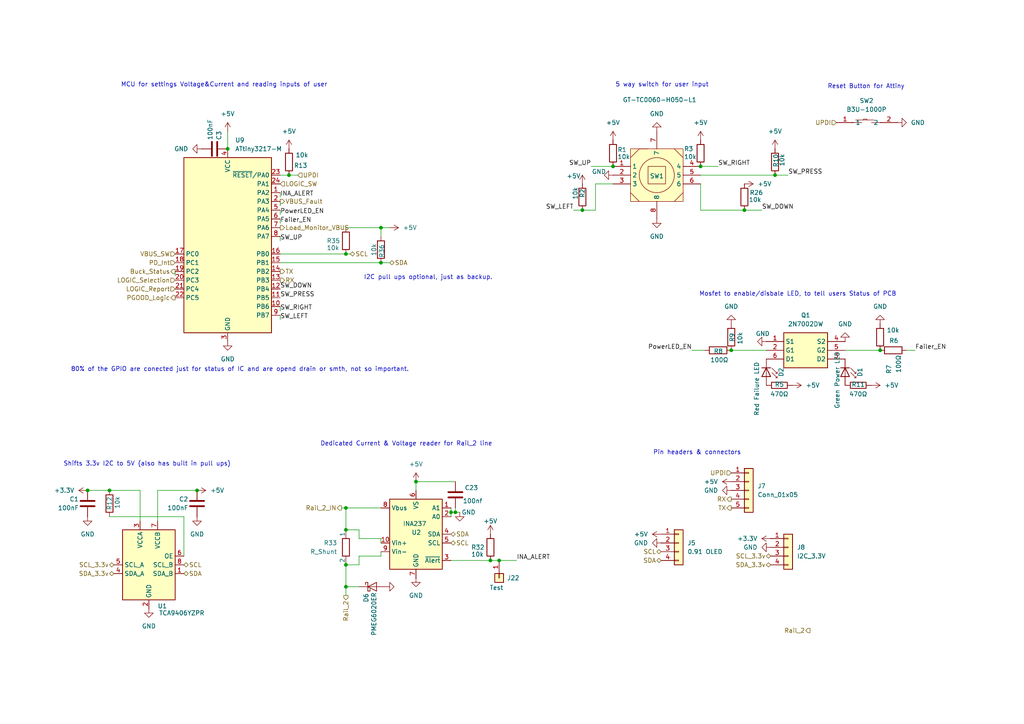
<source format=kicad_sch>
(kicad_sch (version 20250114) (generator "eeschema") (generator_version "9.0")
  (paper "A4")
  (title_block (title "USB PD PPS for breadboards") (date "2025-05-01") (rev "V1") (comment 1 "Licensed under CC BY-NC-SA 4.0 (c) 2025 Shinui"))
  (lib_symbols
    (symbol "Connector_Generic:Conn_01x01" (pin_names (offset 1.016) (hide yes))
      (property "Reference" "J" (at 0 2.54 0))
      (property "Value" "Conn_01x01" (at 0 -2.54 0))
      (symbol "Conn_01x01_1_1"
        (rectangle (start -1.27 1.27) (end 1.27 -1.27) (stroke (width 0.254)) (fill (type background)))
        (rectangle (start -1.27 0.127) (end 0 -0.127) (stroke (width 0.1524)))
        (pin passive line (at -5.08 0 0) (length 3.81) (name "Pin_1") (number "1"))
      )
    )
    (symbol "Connector_Generic:Conn_01x04" (pin_names (offset 1.016) (hide yes))
      (property "Reference" "J" (at 0 5.08 0))
      (property "Value" "Conn_01x04" (at 0 -7.62 0))
      (symbol "Conn_01x04_1_1"
        (rectangle (start -1.27 3.81) (end 1.27 -6.35) (stroke (width 0.254)) (fill (type background)))
        (rectangle (start -1.27 2.667) (end 0 2.413) (stroke (width 0.1524)))
        (rectangle (start -1.27 0.127) (end 0 -0.127) (stroke (width 0.1524)))
        (rectangle (start -1.27 -2.413) (end 0 -2.667) (stroke (width 0.1524)))
        (rectangle (start -1.27 -4.953) (end 0 -5.207) (stroke (width 0.1524)))
        (pin passive line (at -5.08 2.54 0) (length 3.81) (name "Pin_1") (number "1"))
        (pin passive line (at -5.08 0 0) (length 3.81) (name "Pin_2") (number "2"))
        (pin passive line (at -5.08 -2.54 0) (length 3.81) (name "Pin_3") (number "3"))
        (pin passive line (at -5.08 -5.08 0) (length 3.81) (name "Pin_4") (number "4"))
      )
    )
    (symbol "Connector_Generic:Conn_01x05" (pin_names (offset 1.016) (hide yes))
      (property "Reference" "J" (at 0 7.62 0))
      (property "Value" "Conn_01x05" (at 0 -7.62 0))
      (symbol "Conn_01x05_1_1"
        (rectangle (start -1.27 6.35) (end 1.27 -6.35) (stroke (width 0.254)) (fill (type background)))
        (rectangle (start -1.27 5.207) (end 0 4.953) (stroke (width 0.1524)))
        (rectangle (start -1.27 2.667) (end 0 2.413) (stroke (width 0.1524)))
        (rectangle (start -1.27 0.127) (end 0 -0.127) (stroke (width 0.1524)))
        (rectangle (start -1.27 -2.413) (end 0 -2.667) (stroke (width 0.1524)))
        (rectangle (start -1.27 -4.953) (end 0 -5.207) (stroke (width 0.1524)))
        (pin passive line (at -5.08 5.08 0) (length 3.81) (name "Pin_1") (number "1"))
        (pin passive line (at -5.08 2.54 0) (length 3.81) (name "Pin_2") (number "2"))
        (pin passive line (at -5.08 0 0) (length 3.81) (name "Pin_3") (number "3"))
        (pin passive line (at -5.08 -2.54 0) (length 3.81) (name "Pin_4") (number "4"))
        (pin passive line (at -5.08 -5.08 0) (length 3.81) (name "Pin_5") (number "5"))
      )
    )
    (symbol "Custom_Parts:LED" (pin_numbers (hide yes)) (pin_names (offset 1.016) (hide yes))
      (property "Reference" "D" (at 0.508 1.778 0))
      (property "Value" "LED" (at -1.016 -2.794 0))
      (symbol "LED_0_1"
        (polyline (pts (xy -2.54 1.27) (xy -2.54 -1.27)) (stroke (width 0.254)))
        (polyline (pts (xy -2.413 1.651) (xy -0.889 3.175) (xy -0.889 2.667) (xy -0.889 3.175) (xy -1.397 3.175)))
        (polyline (pts (xy -1.143 1.651) (xy 0.381 3.175) (xy 0.381 2.667)))
        (polyline (pts (xy 0 0) (xy -2.54 0)))
        (polyline (pts (xy 0 -1.27) (xy -2.54 0) (xy 0 1.27) (xy 0 -1.27)) (stroke (width 0.254)))
        (polyline (pts (xy 0.381 3.175) (xy -0.127 3.175)))
      )
      (symbol "LED_1_1"
        (pin passive line (at -5.08 0 0) (length 2.54) (name "K") (number "1"))
        (pin passive line (at 2.54 0 180) (length 2.54) (name "A") (number "2"))
      )
    )
    (symbol "DMC2990UDJ-7:DMC2990UDJ-7"
      (property "Reference" "Q" (at 19.05 7.62 0))
      (property "Value" "DMC2990UDJ-7" (at 19.05 5.08 0))
      (symbol "DMC2990UDJ-7_1_1"
        (rectangle (start 5.08 2.54) (end 17.78 -7.62) (stroke (width 0.254)) (fill (type background)))
        (pin passive line (at 0 0 0) (length 5.08) (name "S1") (number "1"))
        (pin passive line (at 0 -2.54 0) (length 5.08) (name "G1") (number "2"))
        (pin passive line (at 0 -5.08 0) (length 5.08) (name "D1") (number "6"))
        (pin passive line (at 22.86 0 180) (length 5.08) (name "S2") (number "4"))
        (pin passive line (at 22.86 -2.54 180) (length 5.08) (name "G2") (number "5"))
        (pin passive line (at 22.86 -5.08 180) (length 5.08) (name "D2") (number "3"))
      )
    )
    (symbol "Device:C" (pin_numbers (hide yes)) (pin_names (offset 0.254))
      (property "Reference" "C" (at 0.635 2.54 0))
      (property "Value" "C" (at 0.635 -2.54 0))
      (symbol "C_0_1"
        (polyline (pts (xy -2.032 0.762) (xy 2.032 0.762)) (stroke (width 0.508)))
        (polyline (pts (xy -2.032 -0.762) (xy 2.032 -0.762)) (stroke (width 0.508)))
      )
      (symbol "C_1_1"
        (pin passive line (at 0 3.81 270) (length 2.794) (name "~") (number "1"))
        (pin passive line (at 0 -3.81 90) (length 2.794) (name "~") (number "2"))
      )
    )
    (symbol "Device:R" (pin_numbers (hide yes)) (pin_names (offset 0))
      (property "Reference" "R" (at 2.032 0 90))
      (property "Value" "R" (at 0 0 90))
      (symbol "R_0_1"
        (rectangle (start -1.016 -2.54) (end 1.016 2.54) (stroke (width 0.254)))
      )
      (symbol "R_1_1"
        (pin passive line (at 0 3.81 270) (length 1.27) (name "~") (number "1"))
        (pin passive line (at 0 -3.81 90) (length 1.27) (name "~") (number "2"))
      )
    )
    (symbol "Device:R_Shunt" (pin_numbers (hide yes)) (pin_names (offset 0))
      (property "Reference" "R33" (at -2.54 1.2701 0))
      (property "Value" "R_Shunt" (at -2.54 -1.2699 0))
      (symbol "R_Shunt_0_1"
        (rectangle (start -1.016 2.54) (end 1.016 -2.54) (stroke (width 0.254)))
      )
      (symbol "R_Shunt_1_1"
        (pin passive line (at 0 5.08 270) (length 2.54) (name "1") (number "1"))
        (pin passive line (at 0 -5.08 90) (length 2.54) (name "2") (number "2"))
      )
    )
    (symbol "Diode:PMEG6020ER" (pin_numbers (hide yes)) (pin_names (hide yes))
      (property "Reference" "D" (at 0 2.54 0))
      (property "Value" "PMEG6020ER" (at 0 -2.54 0))
      (symbol "PMEG6020ER_0_1"
        (polyline (pts (xy -1.905 0.635) (xy -1.905 1.27) (xy -1.27 1.27) (xy -1.27 -1.27) (xy -0.635 -1.27) (xy -0.635 -0.635)) (stroke (width 0.2032)))
        (polyline (pts (xy 1.27 1.27) (xy 1.27 -1.27) (xy -1.27 0) (xy 1.27 1.27)) (stroke (width 0.2032)))
        (polyline (pts (xy 1.27 0) (xy -1.27 0)))
      )
      (symbol "PMEG6020ER_1_1"
        (pin passive line (at -3.81 0 0) (length 2.54) (name "K") (number "1"))
        (pin passive line (at 3.81 0 180) (length 2.54) (name "A") (number "2"))
      )
    )
    (symbol "Interface:TCA9406DC"
      (property "Reference" "U" (at -7.62 11.43 0))
      (property "Value" "TCA9406DC" (at 5.08 11.43 0))
      (symbol "TCA9406DC_0_1"
        (rectangle (start -7.62 10.16) (end 7.62 -10.16) (stroke (width 0.254)) (fill (type background)))
      )
      (symbol "TCA9406DC_1_1"
        (pin bidirectional line (at -10.16 0 0) (length 2.54) (name "SCL_A") (number "5"))
        (pin bidirectional line (at -10.16 -2.54 0) (length 2.54) (name "SDA_A") (number "4"))
        (pin power_in line (at -2.54 12.7 270) (length 2.54) (name "VCCA") (number "3"))
        (pin power_in line (at 0 -12.7 90) (length 2.54) (name "GND") (number "2"))
        (pin power_in line (at 2.54 12.7 270) (length 2.54) (name "VCCB") (number "7"))
        (pin input line (at 10.16 2.54 180) (length 2.54) (name "OE") (number "6"))
        (pin bidirectional line (at 10.16 0 180) (length 2.54) (name "SCL_B") (number "8"))
        (pin bidirectional line (at 10.16 -2.54 180) (length 2.54) (name "SDA_B") (number "1"))
      )
    )
    (symbol "MCU_Microchip_ATtiny:ATtiny3217-M"
      (property "Reference" "U" (at -12.7 26.67 0))
      (property "Value" "ATtiny3217-M" (at 2.54 -26.67 0))
      (symbol "ATtiny3217-M_0_1"
        (rectangle (start -12.7 -25.4) (end 12.7 25.4) (stroke (width 0.254)) (fill (type background)))
      )
      (symbol "ATtiny3217-M_1_1"
        (pin bidirectional line (at -15.24 -2.54 0) (length 2.54) (name "PC0") (number "17"))
        (pin bidirectional line (at -15.24 -5.08 0) (length 2.54) (name "PC1") (number "18"))
        (pin bidirectional line (at -15.24 -7.62 0) (length 2.54) (name "PC2") (number "19"))
        (pin bidirectional line (at -15.24 -10.16 0) (length 2.54) (name "PC3") (number "20"))
        (pin bidirectional line (at -15.24 -12.7 0) (length 2.54) (name "PC4") (number "21"))
        (pin bidirectional line (at -15.24 -15.24 0) (length 2.54) (name "PC5") (number "22"))
        (pin power_in line (at 0 27.94 270) (length 2.54) (name "VCC") (number "4"))
        (pin passive line (at 0 -27.94 90) (length 2.54) (hide yes) (name "GND") (number "25"))
        (pin power_in line (at 0 -27.94 90) (length 2.54) (name "GND") (number "3"))
        (pin bidirectional line (at 15.24 20.32 180) (length 2.54) (name "~{RESET}/PA0") (number "23"))
        (pin bidirectional line (at 15.24 17.78 180) (length 2.54) (name "PA1") (number "24"))
        (pin bidirectional line (at 15.24 15.24 180) (length 2.54) (name "PA2") (number "1"))
        (pin bidirectional line (at 15.24 12.7 180) (length 2.54) (name "PA3") (number "2"))
        (pin bidirectional line (at 15.24 10.16 180) (length 2.54) (name "PA4") (number "5"))
        (pin bidirectional line (at 15.24 7.62 180) (length 2.54) (name "PA5") (number "6"))
        (pin bidirectional line (at 15.24 5.08 180) (length 2.54) (name "PA6") (number "7"))
        (pin bidirectional line (at 15.24 2.54 180) (length 2.54) (name "PA7") (number "8"))
        (pin bidirectional line (at 15.24 -2.54 180) (length 2.54) (name "PB0") (number "16"))
        (pin bidirectional line (at 15.24 -5.08 180) (length 2.54) (name "PB1") (number "15"))
        (pin bidirectional line (at 15.24 -7.62 180) (length 2.54) (name "PB2") (number "14"))
        (pin bidirectional line (at 15.24 -10.16 180) (length 2.54) (name "PB3") (number "13"))
        (pin bidirectional line (at 15.24 -12.7 180) (length 2.54) (name "PB4") (number "12"))
        (pin bidirectional line (at 15.24 -15.24 180) (length 2.54) (name "PB5") (number "11"))
        (pin bidirectional line (at 15.24 -17.78 180) (length 2.54) (name "PB6") (number "10"))
        (pin bidirectional line (at 15.24 -20.32 180) (length 2.54) (name "PB7") (number "9"))
      )
    )
    (symbol "PCM_SL_Resistors:1k"
      (property "Reference" "R" (at 0 5.08 0))
      (property "Value" "1k" (at 0 2.54 0))
      (symbol "1k_0_1"
        (rectangle (start -2.286 0.889) (end 2.286 -0.889) (stroke (width 0.24)))
      )
      (symbol "1k_1_1"
        (pin passive line (at -3.81 0 0) (length 1.5) (name "") (number "1"))
        (pin passive line (at 3.81 0 180) (length 1.5) (name "~") (number "2"))
      )
    )
    (symbol "SMD_Swtich:B3U-1000P"
      (property "Reference" "SW" (at 0 5.08 0))
      (property "Value" "B3U-1000P" (at 0 -5.08 0))
      (symbol "B3U-1000P_0_1"
        (polyline (pts (xy -5.84 0) (xy -2.79 0)))
        (polyline (pts (xy -4.57 0.76) (xy 0.76 0.76)))
        (polyline (pts (xy -2.29 0.76) (xy -2.29 1.02) (xy -1.27 1.02) (xy -1.27 0.76)))
        (polyline (pts (xy 0 0) (xy 3.05 0)))
        (pin unspecified line (at -10.16 0 0) (length 5.08) (name "1") (number "1"))
        (pin unspecified line (at 7.62 0 180) (length 5.08) (name "2") (number "2"))
      )
    )
    (symbol "Sensor_Energy:INA238"
      (property "Reference" "U" (at -6.35 11.43 0))
      (property "Value" "INA238" (at 3.81 11.43 0))
      (symbol "INA238_0_1"
        (rectangle (start 7.62 10.16) (end -7.62 -10.16) (stroke (width 0.254)) (fill (type background)))
      )
      (symbol "INA238_1_1"
        (pin input line (at -10.16 7.62 0) (length 2.54) (name "Vbus") (number "8"))
        (pin input line (at -10.16 -2.54 0) (length 2.54) (name "Vin+") (number "10"))
        (pin input line (at -10.16 -5.08 0) (length 2.54) (name "Vin-") (number "9"))
        (pin power_in line (at 0 12.7 270) (length 2.54) (name "VS") (number "6"))
        (pin power_in line (at 0 -12.7 90) (length 2.54) (name "GND") (number "7"))
        (pin input line (at 10.16 7.62 180) (length 2.54) (name "A1") (number "1"))
        (pin input line (at 10.16 5.08 180) (length 2.54) (name "A0") (number "2"))
        (pin bidirectional line (at 10.16 0 180) (length 2.54) (name "SDA") (number "4"))
        (pin input line (at 10.16 -2.54 180) (length 2.54) (name "SCL") (number "5"))
        (pin open_collector line (at 10.16 -7.62 180) (length 2.54) (name "~{Alert}") (number "3"))
      )
    )
    (symbol "easyeda2kicad:GT-TC0060-H050-L1"
      (property "Reference" "SW" (at 0 17.78 0))
      (property "Value" "GT-TC0060-H050-L1" (at 0 -17.78 0))
      (symbol "GT-TC0060-H050-L1_0_1"
        (rectangle (start -7.62 7.62) (end 7.62 -7.62) (fill (type background)))
        (polyline (pts (xy -7.62 5.08) (xy -5.08 7.62) (xy -2.54 7.62)))
        (polyline (pts (xy -7.62 -5.08) (xy -5.08 -7.62)))
        (rectangle (start -2.54 2.54) (end 2.54 -2.54) (fill (type background)))
        (circle (center 0 0) (radius 5.08))
        (polyline (pts (xy 5.08 7.62) (xy 7.62 5.08)))
        (polyline (pts (xy 5.08 -7.62) (xy 7.62 -5.08)))
        (pin unspecified line (at -12.7 2.54 0) (length 5.08) (name "1") (number "1"))
        (pin unspecified line (at -12.7 0 0) (length 5.08) (name "2") (number "2"))
        (pin unspecified line (at -12.7 -2.54 0) (length 5.08) (name "3") (number "3"))
        (pin unspecified line (at 0 12.7 270) (length 5.08) (name "7") (number "7"))
        (pin unspecified line (at 0 -12.7 90) (length 5.08) (name "8") (number "8"))
        (pin unspecified line (at 12.7 2.54 180) (length 5.08) (name "4") (number "4"))
        (pin unspecified line (at 12.7 0 180) (length 5.08) (name "5") (number "5"))
        (pin unspecified line (at 12.7 -2.54 180) (length 5.08) (name "6") (number "6"))
      )
    )
    (symbol "power:+3.3V" (power) (pin_numbers (hide yes)) (pin_names (offset 0) (hide yes))
      (property "Value" "+3.3V" (at 0 3.556 0))
      (symbol "+3.3V_0_1"
        (polyline (pts (xy -0.762 1.27) (xy 0 2.54)))
        (polyline (pts (xy 0 2.54) (xy 0.762 1.27)))
        (polyline (pts (xy 0 0) (xy 0 2.54)))
      )
      (symbol "+3.3V_1_1"
        (pin power_in line (at 0 0 90) (length 0) (name "~") (number "1"))
      )
    )
    (symbol "power:+5V" (power) (pin_numbers (hide yes)) (pin_names (offset 0) (hide yes))
      (property "Value" "+5V" (at 0 3.556 0))
      (symbol "+5V_0_1"
        (polyline (pts (xy -0.762 1.27) (xy 0 2.54)))
        (polyline (pts (xy 0 2.54) (xy 0.762 1.27)))
        (polyline (pts (xy 0 0) (xy 0 2.54)))
      )
      (symbol "+5V_1_1"
        (pin power_in line (at 0 0 90) (length 0) (name "~") (number "1"))
      )
    )
    (symbol "power:GND" (power) (pin_numbers (hide yes)) (pin_names (offset 0) (hide yes))
      (property "Value" "GND" (at 0 -3.81 0))
      (symbol "GND_0_1"
        (polyline (pts (xy 0 0) (xy 0 -1.27) (xy 1.27 -1.27) (xy 0 -2.54) (xy -1.27 -1.27) (xy 0 -1.27)))
      )
      (symbol "GND_1_1"
        (pin power_in line (at 0 0 270) (length 0) (name "~") (number "1"))
      )
    )
  )
  (text "I2C pull ups optional, just as backup." (at 124.206 80.518 0) (effects (font (size 1.27 1.27))))
  (text "5 way switch for user input" (at 192.024 24.638 0) (effects (font (size 1.27 1.27))))
  (text "Mosfet to enable/disbale LED, to tell users Status of PCB" (at 231.394 85.344 0) (effects (font (size 1.27 1.27))))
  (text "Reset Button for Attiny" (at 251.206 25.146 0) (effects (font (size 1.27 1.27))))
  (text "Pin headers & connectors" (at 202.184 131.318 0) (effects (font (size 1.27 1.27))))
  (text "80% of the GPIO are conected just for status of IC and are opend drain or smth, not so important." (at 69.596 107.188 0) (effects (font (size 1.27 1.27))))
  (text "Shifts 3.3v I2C to 5V (also has built in pull ups)" (at 42.672 134.62 0) (effects (font (size 1.27 1.27))))
  (text "Dedicated Current & Voltage reader for Rail_2 line" (at 117.856 128.778 0) (effects (font (size 1.27 1.27))))
  (text "MCU for settings Voltage&Current and reading inputs of user" (at 65.024 24.638 0) (effects (font (size 1.27 1.27))))
  (junction (at 66.04 43.18))
  (junction (at 224.79 50.8))
  (junction (at 110.49 66.04))
  (junction (at 100.33 163.83))
  (junction (at 100.33 170.18))
  (junction (at 120.65 139.7))
  (junction (at 83.82 50.8))
  (junction (at 215.9 60.96))
  (junction (at 144.78 162.56))
  (junction (at 168.91 60.96))
  (junction (at 25.4 142.24))
  (junction (at 100.33 147.32))
  (junction (at 212.09 101.6))
  (junction (at 100.33 153.67))
  (junction (at 100.33 73.66))
  (junction (at 110.49 76.2))
  (junction (at 31.75 142.24))
  (junction (at 203.2 48.26))
  (junction (at 177.8 48.26))
  (junction (at 255.27 101.6))
  (junction (at 142.24 162.56))
  (junction (at 132.08 148.59))
  (junction (at 130.81 148.59))
  (junction (at 57.15 142.24))
  (wire (pts (xy 101.6 73.66) (xy 100.33 73.66)))
  (wire (pts (xy 100.33 170.18) (xy 100.33 172.72)))
  (wire (pts (xy 215.9 60.96) (xy 203.2 60.96)))
  (wire (pts (xy 100.33 153.67) (xy 104.14 153.67)))
  (wire (pts (xy 166.37 60.96) (xy 168.91 60.96)))
  (wire (pts (xy 81.28 92.71) (xy 81.28 91.44)))
  (wire (pts (xy 113.03 76.2) (xy 110.49 76.2)))
  (wire (pts (xy 120.65 139.7) (xy 132.08 139.7)))
  (wire (pts (xy 133.35 148.59) (xy 132.08 148.59)))
  (wire (pts (xy 110.49 156.21) (xy 110.49 157.48)))
  (wire (pts (xy 81.28 57.15) (xy 81.28 55.88)))
  (wire (pts (xy 132.08 147.32) (xy 132.08 148.59)))
  (wire (pts (xy 100.33 73.66) (xy 81.28 73.66)))
  (wire (pts (xy 130.81 147.32) (xy 130.81 148.59)))
  (wire (pts (xy 81.28 64.77) (xy 81.28 63.5)))
  (wire (pts (xy 25.4 142.24) (xy 31.75 142.24)))
  (wire (pts (xy 104.14 156.21) (xy 104.14 153.67)))
  (wire (pts (xy 81.28 59.69) (xy 81.28 58.42)))
  (wire (pts (xy 81.28 62.23) (xy 81.28 60.96)))
  (wire (pts (xy 66.04 38.1) (xy 66.04 43.18)))
  (wire (pts (xy 224.79 50.8) (xy 228.6 50.8)))
  (wire (pts (xy 50.8 80.01) (xy 50.8 78.74)))
  (wire (pts (xy 31.75 149.86) (xy 53.34 149.86)))
  (wire (pts (xy 104.14 156.21) (xy 110.49 156.21)))
  (wire (pts (xy 142.24 162.56) (xy 144.78 162.56)))
  (wire (pts (xy 81.28 90.17) (xy 81.28 88.9)))
  (wire (pts (xy 100.33 147.32) (xy 100.33 153.67)))
  (wire (pts (xy 255.27 101.6) (xy 245.11 101.6)))
  (wire (pts (xy 262.89 101.6) (xy 265.43 101.6)))
  (wire (pts (xy 40.64 151.13) (xy 40.64 142.24)))
  (wire (pts (xy 110.49 161.29) (xy 110.49 160.02)))
  (wire (pts (xy 120.65 139.7) (xy 120.65 142.24)))
  (wire (pts (xy 104.14 170.18) (xy 100.33 170.18)))
  (wire (pts (xy 172.72 53.34) (xy 177.8 53.34)))
  (wire (pts (xy 100.33 163.83) (xy 100.33 170.18)))
  (wire (pts (xy 100.33 163.83) (xy 104.14 163.83)))
  (wire (pts (xy 203.2 50.8) (xy 224.79 50.8)))
  (wire (pts (xy 53.34 149.86) (xy 53.34 161.29)))
  (wire (pts (xy 110.49 66.04) (xy 100.33 66.04)))
  (wire (pts (xy 168.91 60.96) (xy 172.72 60.96)))
  (wire (pts (xy 99.06 147.32) (xy 100.33 147.32)))
  (wire (pts (xy 132.08 148.59) (xy 130.81 148.59)))
  (wire (pts (xy 203.2 60.96) (xy 203.2 53.34)))
  (wire (pts (xy 200.66 101.6) (xy 204.47 101.6)))
  (wire (pts (xy 203.2 48.26) (xy 208.28 48.26)))
  (wire (pts (xy 220.98 60.96) (xy 215.9 60.96)))
  (wire (pts (xy 144.78 162.56) (xy 149.86 162.56)))
  (wire (pts (xy 113.03 66.04) (xy 110.49 66.04)))
  (wire (pts (xy 81.28 76.2) (xy 110.49 76.2)))
  (wire (pts (xy 83.82 50.8) (xy 86.36 50.8)))
  (wire (pts (xy 45.72 151.13) (xy 45.72 142.24)))
  (wire (pts (xy 45.72 142.24) (xy 57.15 142.24)))
  (wire (pts (xy 130.81 148.59) (xy 130.81 149.86)))
  (wire (pts (xy 171.45 48.26) (xy 177.8 48.26)))
  (wire (pts (xy 172.72 60.96) (xy 172.72 53.34)))
  (wire (pts (xy 100.33 147.32) (xy 110.49 147.32)))
  (wire (pts (xy 130.81 162.56) (xy 142.24 162.56)))
  (wire (pts (xy 81.28 50.8) (xy 83.82 50.8)))
  (wire (pts (xy 212.09 101.6) (xy 222.25 101.6)))
  (wire (pts (xy 110.49 66.04) (xy 110.49 68.58)))
  (wire (pts (xy 81.28 69.85) (xy 81.28 68.58)))
  (wire (pts (xy 104.14 161.29) (xy 110.49 161.29)))
  (wire (pts (xy 31.75 142.24) (xy 40.64 142.24)))
  (wire (pts (xy 104.14 161.29) (xy 104.14 163.83)))
  (label "PowerLED_EN" (at 81.28 62.23 0))
  (label "Failer_EN" (at 265.43 101.6 0))
  (label "SW_PRESS" (at 228.6 50.8 0))
  (label "SW_PRESS" (at 81.28 86.36 0))
  (label "SW_LEFT" (at 166.37 60.96 180))
  (label "PowerLED_EN" (at 200.66 101.6 180))
  (label "Failer_EN" (at 81.28 64.77 0))
  (label "SW_UP" (at 81.28 69.85 0))
  (label "SW_DOWN" (at 81.28 83.82 0))
  (label "SW_DOWN" (at 220.98 60.96 0))
  (label "INA_ALERT" (at 81.28 57.15 0))
  (label "SW_UP" (at 171.45 48.26 180))
  (label "SW_RIGHT" (at 208.28 48.26 0))
  (label "INA_ALERT" (at 149.86 162.56 0))
  (label "SW_RIGHT" (at 81.28 90.17 0))
  (label "SW_LEFT" (at 81.28 92.71 0))
  (hierarchical_label "LOGIC_Selection" (shape input) (at 50.8 81.28 180))
  (hierarchical_label "LOGIC_SW" (shape input) (at 81.28 53.34 0))
  (hierarchical_label "SDA" (shape bidirectional) (at 130.81 154.94 0))
  (hierarchical_label "SDA" (shape bidirectional) (at 113.03 76.2 0))
  (hierarchical_label "PGOOD_Logic" (shape output) (at 50.8 86.36 180))
  (hierarchical_label "SDA" (shape bidirectional) (at 53.34 166.37 0))
  (hierarchical_label "UPDI" (shape input) (at 242.57 35.56 180))
  (hierarchical_label "TX" (shape output) (at 212.09 147.32 180))
  (hierarchical_label "VBUS_SW" (shape input) (at 50.8 73.66 180))
  (hierarchical_label "SCL" (shape bidirectional) (at 53.34 163.83 0))
  (hierarchical_label "SCL" (shape bidirectional) (at 130.81 157.48 0))
  (hierarchical_label "RX" (shape output) (at 81.28 81.28 0))
  (hierarchical_label "SCL_3.3v" (shape bidirectional) (at 223.52 161.29 180))
  (hierarchical_label "Buck_Status" (shape output) (at 50.8 78.74 180))
  (hierarchical_label "SDA" (shape bidirectional) (at 191.77 162.56 180))
  (hierarchical_label "Rail_2" (shape output) (at 100.33 172.72 270))
  (hierarchical_label "Load_Monitor_VBUS" (shape output) (at 81.28 66.04 0))
  (hierarchical_label "LOGIC_Report" (shape input) (at 50.8 83.82 180))
  (hierarchical_label "SCL_3.3v" (shape bidirectional) (at 33.02 163.83 180))
  (hierarchical_label "VBUS_Fault" (shape output) (at 81.28 58.42 0))
  (hierarchical_label "Rail_2" (shape output) (at 234.95 182.88 180))
  (hierarchical_label "SCL" (shape bidirectional) (at 191.77 160.02 180))
  (hierarchical_label "UPDI" (shape input) (at 212.09 137.16 180))
  (hierarchical_label "RX" (shape output) (at 212.09 144.78 180))
  (hierarchical_label "SDA_3.3v" (shape bidirectional) (at 223.52 163.83 180))
  (hierarchical_label "Rail_2_IN" (shape output) (at 99.06 147.32 180))
  (hierarchical_label "PD_Int" (shape input) (at 50.8 76.2 180))
  (hierarchical_label "SCL" (shape bidirectional) (at 101.6 73.66 0))
  (hierarchical_label "TX" (shape output) (at 81.28 78.74 0))
  (hierarchical_label "SDA_3.3v" (shape bidirectional) (at 33.02 166.37 180))
  (hierarchical_label "UPDI" (shape input) (at 86.36 50.8 0))
  (symbol (lib_id "power:+5V") (at 229.87 111.76 270) (unit 1)
    (property "Reference" "#PWR021" (effects (hide yes)))
    (property "Value" "+5V" (at 233.68 111.7599 90) (effects (justify left)))
    (property "Description" "Power symbol creates a global label with name \"+5V\"" (effects (hide yes)))
  )
  (symbol (lib_id "power:+5V") (at 83.82 43.18 0) (unit 1)
    (property "Reference" "#PWR017" (effects (hide yes)))
    (property "Value" "+5V" (at 83.82 38.1 0))
    (property "Description" "Power symbol creates a global label with name \"+5V\"" (effects (hide yes)))
  )
  (symbol (lib_id "Device:C") (at 25.4 146.05 0) (mirror y) (unit 1)
    (property "Reference" "C1" (at 22.86 144.78 0) (effects (justify left)))
    (property "Value" "100nF" (at 22.86 147.32 0) (effects (justify left)))
    (property "Footprint" "Capacitor_SMD:C_0805_2012Metric" (effects (hide yes)))
    (property "LCSC" "C1525" (effects (hide yes)))
  )
  (symbol (lib_id "PCM_SL_Resistors:1k") (at 226.06 111.76 0) (unit 1)
    (property "Reference" "R5" (at 226.06 111.506 0))
    (property "Value" "470Ω" (at 226.06 114.3 0))
    (property "Footprint" "Resistor_SMD:R_0805_2012Metric" (effects (hide yes)))
    (property "Description" "1kΩ, 1/4W Resistor" (effects (hide yes)))
  )
  (symbol (lib_id "power:+5V") (at 177.8 40.64 0) (unit 1)
    (property "Reference" "#PWR01" (effects (hide yes)))
    (property "Value" "+5V" (at 177.8 35.56 0))
    (property "Description" "Power symbol creates a global label with name \"+5V\"" (effects (hide yes)))
  )
  (symbol (lib_id "DMC2990UDJ-7:DMC2990UDJ-7") (at 222.25 99.06 0) (unit 1)
    (property "Reference" "Q1" (at 233.68 91.44 0))
    (property "Value" "2N7002DW" (at 233.68 93.98 0))
    (property "Footprint" "Package_TO_SOT_SMD:SOT-363_SC-70-6" (effects (hide yes)))
    (property "Datasheet" "https://www.diodes.com//assets/Datasheets/DMC2990UDJ.pdf" (effects (hide yes)))
    (property "Description" "Complem. Pair Enhancement MOSFET SOT-963" (effects (hide yes)))
    (property "Height" "0.5" (effects (hide yes)))
    (property "Manufacturer_Name" "Diodes Incorporated" (effects (hide yes)))
    (property "Manufacturer_Part_Number" "DMC2990UDJ-7" (effects (hide yes)))
    (property "Mouser Part Number" "621-DMC2990UDJ-7" (effects (hide yes)))
    (property "Mouser Price/Stock" "https://www.mouser.co.uk/ProductDetail/Diodes-Incorporated/DMC2990UDJ-7?qs=T%2FOtf55vL7d00qRGlt4Fcw%3D%3D" (effects (hide yes)))
    (property "Arrow Part Number" "DMC2990UDJ-7" (effects (hide yes)))
    (property "Arrow Price/Stock" "https://www.arrow.com/en/products/dmc2990udj-7/diodes-incorporated?utm_currency=USD&region=nac" (effects (hide yes)))
  )
  (symbol (lib_id "power:GND") (at 245.11 99.06 180) (unit 1)
    (property "Reference" "#PWR022" (effects (hide yes)))
    (property "Value" "GND" (at 245.11 93.98 0))
    (property "Description" "Power symbol creates a global label with name \"GND\" , ground" (effects (hide yes)))
  )
  (symbol (lib_id "power:+5V") (at 203.2 40.64 0) (unit 1)
    (property "Reference" "#PWR06" (effects (hide yes)))
    (property "Value" "+5V" (at 203.2 35.56 0))
    (property "Description" "Power symbol creates a global label with name \"+5V\"" (effects (hide yes)))
  )
  (symbol (lib_id "power:+5V") (at 191.77 154.94 90) (unit 1)
    (property "Reference" "#PWR075" (effects (hide yes)))
    (property "Value" "+5V" (at 187.96 154.9399 90) (effects (justify left)))
    (property "Description" "Power symbol creates a global label with name \"+5V\"" (effects (hide yes)))
  )
  (symbol (lib_id "Device:C") (at 62.23 43.18 270) (mirror x) (unit 1)
    (property "Reference" "C3" (at 63.5 40.64 0) (effects (justify left)))
    (property "Value" "100nF" (at 60.96 40.64 0) (effects (justify left)))
    (property "Footprint" "Capacitor_SMD:C_0805_2012Metric" (effects (hide yes)))
    (property "LCSC" "C15849" (effects (hide yes)))
  )
  (symbol (lib_id "Device:R") (at 31.75 146.05 0) (unit 1)
    (property "Reference" "R12" (at 31.75 147.955 90) (effects (justify left)))
    (property "Value" "10k" (at 34.036 147.574 90) (effects (justify left)))
    (property "Footprint" "Resistor_SMD:R_0805_2012Metric" (effects (hide yes)))
    (property "Description" "Resistor" (effects (hide yes)))
    (property "LCSC" "C25744" (effects (hide yes)))
  )
  (symbol (lib_id "MCU_Microchip_ATtiny:ATtiny3217-M") (at 66.04 71.12 0) (unit 1)
    (property "Reference" "U9" (at 68.1833 40.64 0) (effects (justify left)))
    (property "Value" "ATtiny3217-M" (at 68.1833 43.18 0) (effects (justify left)))
    (property "Footprint" "Package_DFN_QFN:QFN-24-1EP_4x4mm_P0.5mm_EP2.6x2.6mm" (effects (hide yes)))
    (property "Datasheet" "http://ww1.microchip.com/downloads/en/DeviceDoc/ATtiny3217_1617-Data-Sheet-40001999B.pdf" (effects (hide yes)))
    (property "Description" "20MHz, 32kB Flash, 2kB SRAM, 256B EEPROM, VQFN-24" (effects (hide yes)))
  )
  (symbol (lib_id "Connector_Generic:Conn_01x05") (at 217.17 142.24 0) (unit 1)
    (property "Reference" "J7" (at 219.71 140.9699 0) (effects (justify left)))
    (property "Value" "Conn_01x05" (at 219.71 143.5099 0) (effects (justify left)))
    (property "Footprint" "Connector_PinHeader_2.54mm:PinHeader_1x05_P2.54mm_Vertical" (effects (hide yes)))
    (property "Description" "Generic connector, single row, 01x05, script generated (kicad-library-utils/schlib/autogen/connector/)" (effects (hide yes)))
  )
  (symbol (lib_id "Device:C") (at 132.08 143.51 0) (mirror y) (unit 1)
    (property "Reference" "C23" (at 138.684 141.478 0) (effects (justify left)))
    (property "Value" "100nf" (at 139.954 145.288 0) (effects (justify left)))
    (property "Footprint" "Capacitor_SMD:C_0805_2012Metric" (effects (hide yes)))
    (property "LCSC" "C1525" (effects (hide yes)))
  )
  (symbol (lib_id "Device:R") (at 100.33 69.85 0) (unit 1)
    (property "Reference" "R35" (at 94.742 69.85 0) (effects (justify left)))
    (property "Value" "10k" (at 94.742 71.882 0) (effects (justify left)))
    (property "Footprint" "Resistor_SMD:R_0805_2012Metric" (effects (hide yes)))
    (property "Description" "Resistor" (effects (hide yes)))
    (property "LCSC" "C25744" (effects (hide yes)))
  )
  (symbol (lib_id "Device:R_Shunt") (at 100.33 158.75 0) (unit 1)
    (property "Reference" "R33" (at 97.79 157.4799 0) (effects (justify right)))
    (property "Value" "R_Shunt" (at 97.79 160.0199 0) (effects (justify right)))
    (property "Footprint" "Inductor_SMD:L_1206_3216Metric_Pad1.42x1.75mm_HandSolder" (effects (hide yes)))
    (property "Description" "Shunt resistor" (effects (hide yes)))
  )
  (symbol (lib_id "Custom_Parts:LED") (at 245.11 109.22 270) (unit 1)
    (property "Reference" "D1" (at 249.428 107.95 0))
    (property "Value" "Green Power LED" (at 242.824 110.236 0))
    (property "Footprint" "LED_SMD:LED_0805_2012Metric" (effects (hide yes)))
    (property "Datasheet" "http://www.alliedelec.com/m/d/40788c34903a719969df15f1fbea1056.pdf" (effects (hide yes)))
    (property "Description" "940nm IR-LED, 5mm" (effects (hide yes)))
  )
  (symbol (lib_id "power:GND") (at 43.18 176.53 0) (unit 1)
    (property "Reference" "#PWR011" (effects (hide yes)))
    (property "Value" "GND" (at 43.18 181.61 0))
    (property "Description" "Power symbol creates a global label with name \"GND\" , ground" (effects (hide yes)))
  )
  (symbol (lib_id "power:GND") (at 190.5 38.1 180) (unit 1)
    (property "Reference" "#PWR04" (effects (hide yes)))
    (property "Value" "GND" (at 190.5 33.02 0))
    (property "Description" "Power symbol creates a global label with name \"GND\" , ground" (effects (hide yes)))
  )
  (symbol (lib_id "Device:R") (at 259.08 101.6 90) (unit 1)
    (property "Reference" "R7" (at 257.81 108.458 0) (effects (justify left)))
    (property "Value" "100Ω" (at 260.604 108.204 0) (effects (justify left)))
    (property "Footprint" "Resistor_SMD:R_0805_2012Metric" (effects (hide yes)))
    (property "Description" "Resistor" (effects (hide yes)))
    (property "LCSC" "C25744" (effects (hide yes)))
  )
  (symbol (lib_id "power:+5V") (at 142.24 154.94 0) (unit 1)
    (property "Reference" "#PWR072" (effects (hide yes)))
    (property "Value" "+5V" (at 142.24 151.13 0))
    (property "Description" "Power symbol creates a global label with name \"+5V\"" (effects (hide yes)))
  )
  (symbol (lib_id "power:+5V") (at 224.79 43.18 0) (unit 1)
    (property "Reference" "#PWR010" (effects (hide yes)))
    (property "Value" "+5V" (at 224.79 38.1 0))
    (property "Description" "Power symbol creates a global label with name \"+5V\"" (effects (hide yes)))
  )
  (symbol (lib_id "Device:R") (at 224.79 46.99 0) (unit 1)
    (property "Reference" "R10" (at 225.044 48.514 90) (effects (justify left)))
    (property "Value" "10k" (at 226.822 48.26 90) (effects (justify left)))
    (property "Footprint" "Resistor_SMD:R_0805_2012Metric" (effects (hide yes)))
    (property "Description" "Resistor" (effects (hide yes)))
    (property "LCSC" "C25744" (effects (hide yes)))
  )
  (symbol (lib_id "power:GND") (at 120.65 167.64 0) (unit 1)
    (property "Reference" "#PWR071" (effects (hide yes)))
    (property "Value" "GND" (at 120.65 172.72 0))
    (property "Description" "Power symbol creates a global label with name \"GND\" , ground" (effects (hide yes)))
  )
  (symbol (lib_id "SMD_Swtich:B3U-1000P") (at 252.73 35.56 0) (unit 1)
    (property "Reference" "SW2" (at 251.335 29.21 0))
    (property "Value" "B3U-1000P" (at 251.335 31.75 0))
    (property "Footprint" "Mini_Switch:KEY-SMD_B3U-1000PM" (effects (hide yes)))
    (property "Datasheet" "https://lcsc.com/product-detail/Others_Omron-Electronics_B3U-1000P_Omron-Electronics-B3U-1000P_C231329.html" (effects (hide yes)))
    (property "LCSC Part" "C231329" (effects (hide yes)))
  )
  (symbol (lib_id "power:+5V") (at 57.15 142.24 270) (unit 1)
    (property "Reference" "#PWR012" (effects (hide yes)))
    (property "Value" "+5V" (at 60.96 142.2399 90) (effects (justify left)))
    (property "Description" "Power symbol creates a global label with name \"+5V\"" (effects (hide yes)))
  )
  (symbol (lib_id "power:GND") (at 191.77 157.48 270) (unit 1)
    (property "Reference" "#PWR074" (effects (hide yes)))
    (property "Value" "GND" (at 187.96 157.4799 90) (effects (justify right)))
    (property "Description" "Power symbol creates a global label with name \"GND\" , ground" (effects (hide yes)))
  )
  (symbol (lib_id "Connector_Generic:Conn_01x01") (at 144.78 167.64 270) (unit 1)
    (property "Reference" "J22" (at 147.066 167.64 90) (effects (justify left)))
    (property "Value" "Test" (at 141.986 170.434 90) (effects (justify left)))
    (property "Footprint" "Connector_PinSocket_2.54mm:PinSocket_1x01_P2.54mm_Vertical" (effects (hide yes)))
    (property "Description" "Generic connector, single row, 01x01, script generated (kicad-library-utils/schlib/autogen/connector/)" (effects (hide yes)))
  )
  (symbol (lib_id "Device:R") (at 208.28 101.6 270) (unit 1)
    (property "Reference" "R8" (at 207.01 101.854 90) (effects (justify left)))
    (property "Value" "100Ω" (at 205.994 104.394 90) (effects (justify left)))
    (property "Footprint" "Resistor_SMD:R_0805_2012Metric" (effects (hide yes)))
    (property "Description" "Resistor" (effects (hide yes)))
    (property "LCSC" "C25744" (effects (hide yes)))
  )
  (symbol (lib_id "power:+5V") (at 168.91 53.34 0) (unit 1)
    (property "Reference" "#PWR03" (effects (hide yes)))
    (property "Value" "+5V" (at 166.37 51.054 0))
    (property "Description" "Power symbol creates a global label with name \"+5V\"" (effects (hide yes)))
  )
  (symbol (lib_id "power:+5V") (at 113.03 66.04 270) (unit 1)
    (property "Reference" "#PWR084" (effects (hide yes)))
    (property "Value" "+5V" (at 116.84 66.0399 90) (effects (justify left)))
    (property "Description" "Power symbol creates a global label with name \"+5V\"" (effects (hide yes)))
  )
  (symbol (lib_id "power:+5V") (at 120.65 139.7 0) (unit 1)
    (property "Reference" "#PWR070" (effects (hide yes)))
    (property "Value" "+5V" (at 120.65 134.62 0))
    (property "Description" "Power symbol creates a global label with name \"+5V\"" (effects (hide yes)))
  )
  (symbol (lib_id "power:GND") (at 133.35 148.59 0) (unit 1)
    (property "Reference" "#PWR069" (effects (hide yes)))
    (property "Value" "GND" (at 133.858 148.59 0) (effects (justify left)))
    (property "Description" "Power symbol creates a global label with name \"GND\" , ground" (effects (hide yes)))
  )
  (symbol (lib_id "power:GND") (at 212.09 93.98 180) (unit 1)
    (property "Reference" "#PWR019" (effects (hide yes)))
    (property "Value" "GND" (at 212.09 88.9 0))
    (property "Description" "Power symbol creates a global label with name \"GND\" , ground" (effects (hide yes)))
  )
  (symbol (lib_id "Device:C") (at 57.15 146.05 0) (mirror y) (unit 1)
    (property "Reference" "C2" (at 54.61 144.78 0) (effects (justify left)))
    (property "Value" "100nF" (at 54.61 147.32 0) (effects (justify left)))
    (property "Footprint" "Capacitor_SMD:C_0805_2012Metric" (effects (hide yes)))
    (property "LCSC" "C1525" (effects (hide yes)))
  )
  (symbol (lib_id "Custom_Parts:LED") (at 222.25 109.22 270) (unit 1)
    (property "Reference" "D2" (at 226.568 107.95 0))
    (property "Value" "Red Failure LED" (at 219.456 112.776 0))
    (property "Footprint" "LED_SMD:LED_0805_2012Metric" (effects (hide yes)))
    (property "Datasheet" "http://www.alliedelec.com/m/d/40788c34903a719969df15f1fbea1056.pdf" (effects (hide yes)))
    (property "Description" "940nm IR-LED, 5mm" (effects (hide yes)))
  )
  (symbol (lib_id "Connector_Generic:Conn_01x04") (at 228.6 158.75 0) (unit 1)
    (property "Reference" "J8" (at 231.14 158.7499 0) (effects (justify left)))
    (property "Value" "I2C_3.3V" (at 231.14 161.2899 0) (effects (justify left)))
    (property "Footprint" "Connector_PinHeader_2.54mm:PinHeader_1x04_P2.54mm_Vertical" (effects (hide yes)))
    (property "Description" "Generic connector, single row, 01x04, script generated (kicad-library-utils/schlib/autogen/connector/)" (effects (hide yes)))
  )
  (symbol (lib_id "easyeda2kicad:GT-TC0060-H050-L1") (at 190.5 50.8 0) (unit 1)
    (property "Reference" "SW1" (at 188.468 51.054 0) (effects (justify left)))
    (property "Value" "GT-TC0060-H050-L1" (at 180.594 28.956 0) (effects (justify left)))
    (property "Footprint" "tc006:SW-SMD_GT-TC0060-H050-L1" (effects (hide yes)))
    (property "Description" "5 way swtich SMD" (effects (hide yes)))
    (property "LCSC Part" "C3019726" (effects (hide yes)))
  )
  (symbol (lib_id "Device:R") (at 177.8 44.45 0) (unit 1)
    (property "Reference" "R1" (at 179.07 43.434 0) (effects (justify left)))
    (property "Value" "10k" (at 179.07 45.466 0) (effects (justify left)))
    (property "Footprint" "Resistor_SMD:R_0805_2012Metric" (effects (hide yes)))
    (property "Description" "Resistor" (effects (hide yes)))
    (property "LCSC" "C25744" (effects (hide yes)))
  )
  (symbol (lib_id "Interface:TCA9406DC") (at 43.18 163.83 0) (unit 1)
    (property "Reference" "U1" (at 45.72 175.768 0) (effects (justify left)))
    (property "Value" "TCA9406YZPR" (at 46.1167 177.8 0) (effects (justify left)))
    (property "Footprint" "Library:TCA9406" (effects (hide yes)))
    (property "Datasheet" "www.ti.com/lit/ds/symlink/tca9406.pdf" (effects (hide yes)))
    (property "Description" "2-Bit Bidirectional 1-MHz, I2C Bus and SMBus Voltage-Level Translator With 8-kV HBM ESD" (effects (hide yes)))
  )
  (symbol (lib_id "power:+3.3V") (at 223.52 156.21 90) (unit 1)
    (property "Reference" "#PWR083" (effects (hide yes)))
    (property "Value" "+3.3V" (at 219.71 156.2099 90) (effects (justify left)))
    (property "Description" "Power symbol creates a global label with name \"+3.3V\"" (effects (hide yes)))
  )
  (symbol (lib_id "Diode:PMEG6020ER") (at 107.95 170.18 0) (unit 1)
    (property "Reference" "D6" (at 106.172 174.752 90) (effects (justify left)))
    (property "Value" "PMEG6020ER" (at 108.458 184.404 90) (effects (justify left)))
    (property "Footprint" "Diode_SMD:D_SOD-123F" (effects (hide yes)))
    (property "Datasheet" "https://assets.nexperia.com/documents/data-sheet/PMEG6020ER.pdf" (effects (hide yes)))
    (property "Description" "60V, 2A low Vf MEGA Schottky barrier rectifier, SOD-123W" (effects (hide yes)))
  )
  (symbol (lib_id "power:GND") (at 66.04 99.06 0) (unit 1)
    (property "Reference" "#PWR016" (effects (hide yes)))
    (property "Value" "GND" (at 66.04 104.14 0))
    (property "Description" "Power symbol creates a global label with name \"GND\" , ground" (effects (hide yes)))
  )
  (symbol (lib_id "power:GND") (at 222.25 99.06 270) (unit 1)
    (property "Reference" "#PWR020" (effects (hide yes)))
    (property "Value" "GND" (at 223.266 96.774 90) (effects (justify right)))
    (property "Description" "Power symbol creates a global label with name \"GND\" , ground" (effects (hide yes)))
  )
  (symbol (lib_id "Device:R") (at 215.9 57.15 0) (unit 1)
    (property "Reference" "R26" (at 217.424 55.88 0) (effects (justify left)))
    (property "Value" "10k" (at 217.17 57.912 0) (effects (justify left)))
    (property "Footprint" "Resistor_SMD:R_0805_2012Metric" (effects (hide yes)))
    (property "Description" "Resistor" (effects (hide yes)))
    (property "LCSC" "C25744" (effects (hide yes)))
  )
  (symbol (lib_id "power:GND") (at 190.5 63.5 0) (unit 1)
    (property "Reference" "#PWR05" (effects (hide yes)))
    (property "Value" "GND" (at 190.5 68.58 0))
    (property "Description" "Power symbol creates a global label with name \"GND\" , ground" (effects (hide yes)))
  )
  (symbol (lib_id "power:+5V") (at 66.04 38.1 0) (unit 1)
    (property "Reference" "#PWR015" (effects (hide yes)))
    (property "Value" "+5V" (at 66.04 33.02 0))
    (property "Description" "Power symbol creates a global label with name \"+5V\"" (effects (hide yes)))
  )
  (symbol (lib_id "Device:R") (at 83.82 46.99 180) (unit 1)
    (property "Reference" "R13" (at 89.154 48.006 0) (effects (justify left)))
    (property "Value" "10k" (at 89.408 44.958 0) (effects (justify left)))
    (property "Footprint" "Resistor_SMD:R_0805_2012Metric" (effects (hide yes)))
    (property "Description" "Resistor" (effects (hide yes)))
    (property "LCSC" "C25744" (effects (hide yes)))
  )
  (symbol (lib_id "power:+5V") (at 212.09 139.7 90) (unit 1)
    (property "Reference" "#PWR079" (effects (hide yes)))
    (property "Value" "+5V" (at 208.28 139.6999 90) (effects (justify left)))
    (property "Description" "Power symbol creates a global label with name \"+5V\"" (effects (hide yes)))
  )
  (symbol (lib_id "power:GND") (at 111.76 170.18 90) (unit 1)
    (property "Reference" "#PWR056" (effects (hide yes)))
    (property "Value" "GND" (effects (hide yes)))
  )
  (symbol (lib_id "power:GND") (at 25.4 149.86 0) (unit 1)
    (property "Reference" "#PWR09" (effects (hide yes)))
    (property "Value" "GND" (at 25.4 154.94 0))
    (property "Description" "Power symbol creates a global label with name \"GND\" , ground" (effects (hide yes)))
  )
  (symbol (lib_id "Device:R") (at 142.24 158.75 0) (unit 1)
    (property "Reference" "R32" (at 136.652 158.75 0) (effects (justify left)))
    (property "Value" "10k" (at 136.652 160.782 0) (effects (justify left)))
    (property "Footprint" "Resistor_SMD:R_0805_2012Metric" (effects (hide yes)))
    (property "Description" "Resistor" (effects (hide yes)))
    (property "LCSC" "C25744" (effects (hide yes)))
  )
  (symbol (lib_id "power:+3.3V") (at 25.4 142.24 90) (unit 1)
    (property "Reference" "#PWR08" (effects (hide yes)))
    (property "Value" "+3.3V" (at 21.59 142.2399 90) (effects (justify left)))
    (property "Description" "Power symbol creates a global label with name \"+3.3V\"" (effects (hide yes)))
  )
  (symbol (lib_id "Connector_Generic:Conn_01x04") (at 196.85 157.48 0) (unit 1)
    (property "Reference" "J5" (at 199.39 157.4799 0) (effects (justify left)))
    (property "Value" "0.91 OLED" (at 199.39 160.0199 0) (effects (justify left)))
    (property "Footprint" "test:SSD1306-0.91-OLED-4pin-128x32" (effects (hide yes)))
    (property "Description" "Generic connector, single row, 01x04, script generated (kicad-library-utils/schlib/autogen/connector/)" (effects (hide yes)))
  )
  (symbol (lib_id "Device:R") (at 168.91 57.15 0) (unit 1)
    (property "Reference" "R2" (at 168.91 57.404 90) (effects (justify left)))
    (property "Value" "10k" (at 166.878 57.912 90) (effects (justify left)))
    (property "Footprint" "Resistor_SMD:R_0805_2012Metric" (effects (hide yes)))
    (property "Description" "Resistor" (effects (hide yes)))
    (property "LCSC" "C25744" (effects (hide yes)))
  )
  (symbol (lib_id "power:+5V") (at 252.73 111.76 270) (unit 1)
    (property "Reference" "#PWR023" (effects (hide yes)))
    (property "Value" "+5V" (at 256.54 111.7599 90) (effects (justify left)))
    (property "Description" "Power symbol creates a global label with name \"+5V\"" (effects (hide yes)))
  )
  (symbol (lib_id "Device:R") (at 255.27 97.79 180) (unit 1)
    (property "Reference" "R6" (at 260.604 98.806 0) (effects (justify left)))
    (property "Value" "10k" (at 260.858 95.758 0) (effects (justify left)))
    (property "Footprint" "Resistor_SMD:R_0805_2012Metric" (effects (hide yes)))
    (property "Description" "Resistor" (effects (hide yes)))
    (property "LCSC" "C25744" (effects (hide yes)))
  )
  (symbol (lib_id "Device:R") (at 110.49 72.39 180) (unit 1)
    (property "Reference" "R36" (at 110.744 70.866 90) (effects (justify left)))
    (property "Value" "10k" (at 108.458 70.612 90) (effects (justify left)))
    (property "Footprint" "Resistor_SMD:R_0805_2012Metric" (effects (hide yes)))
    (property "Description" "Resistor" (effects (hide yes)))
    (property "LCSC" "C25744" (effects (hide yes)))
  )
  (symbol (lib_id "power:GND") (at 212.09 142.24 270) (unit 1)
    (property "Reference" "#PWR080" (effects (hide yes)))
    (property "Value" "GND" (at 208.28 142.2399 90) (effects (justify right)))
    (property "Description" "Power symbol creates a global label with name \"GND\" , ground" (effects (hide yes)))
  )
  (symbol (lib_id "Sensor_Energy:INA238") (at 120.65 154.94 0) (unit 1)
    (property "Reference" "U2" (at 119.38 154.432 0) (effects (justify left)))
    (property "Value" "INA237" (at 116.84 151.892 0) (effects (justify left)))
    (property "Footprint" "Package_SO:VSSOP-10_3x3mm_P0.5mm" (effects (hide yes)))
    (property "Datasheet" "https://www.ti.com/lit/ds/symlink/ina238.pdf" (effects (hide yes)))
    (property "Description" "High-Side or Low-Side Measurement, Bi-Directional Current and Power Monitor (0-85V) with I2C, SMBus-, and PMBus-Compatible Interface, VSSOP-10" (effects (hide yes)))
  )
  (symbol (lib_id "PCM_SL_Resistors:1k") (at 248.92 111.76 0) (unit 1)
    (property "Reference" "R11" (at 248.92 111.506 0))
    (property "Value" "470Ω" (at 248.92 114.3 0))
    (property "Footprint" "Resistor_SMD:R_0805_2012Metric" (effects (hide yes)))
    (property "Description" "1kΩ, 1/4W Resistor" (effects (hide yes)))
  )
  (symbol (lib_id "Device:R") (at 203.2 44.45 0) (unit 1)
    (property "Reference" "R3" (at 198.374 43.18 0) (effects (justify left)))
    (property "Value" "10k" (at 198.374 45.466 0) (effects (justify left)))
    (property "Footprint" "Resistor_SMD:R_0805_2012Metric" (effects (hide yes)))
    (property "Description" "Resistor" (effects (hide yes)))
    (property "LCSC" "C25744" (effects (hide yes)))
  )
  (symbol (lib_id "power:GND") (at 223.52 158.75 270) (unit 1)
    (property "Reference" "#PWR082" (effects (hide yes)))
    (property "Value" "GND" (at 219.71 158.7499 90) (effects (justify right)))
    (property "Description" "Power symbol creates a global label with name \"GND\" , ground" (effects (hide yes)))
  )
  (symbol (lib_id "power:GND") (at 177.8 50.8 270) (unit 1)
    (property "Reference" "#PWR02" (effects (hide yes)))
    (property "Value" "GND" (at 175.768 49.784 90) (effects (justify right)))
    (property "Description" "Power symbol creates a global label with name \"GND\" , ground" (effects (hide yes)))
  )
  (symbol (lib_id "power:+5V") (at 215.9 53.34 270) (unit 1)
    (property "Reference" "#PWR07" (effects (hide yes)))
    (property "Value" "+5V" (at 219.71 53.3399 90) (effects (justify left)))
    (property "Description" "Power symbol creates a global label with name \"+5V\"" (effects (hide yes)))
  )
  (symbol (lib_id "power:GND") (at 57.15 149.86 0) (unit 1)
    (property "Reference" "#PWR013" (effects (hide yes)))
    (property "Value" "GND" (at 57.15 154.94 0))
    (property "Description" "Power symbol creates a global label with name \"GND\" , ground" (effects (hide yes)))
  )
  (symbol (lib_id "power:GND") (at 260.35 35.56 90) (unit 1)
    (property "Reference" "#PWR018" (effects (hide yes)))
    (property "Value" "GND" (at 264.16 35.5599 90) (effects (justify right)))
    (property "Description" "Power symbol creates a global label with name \"GND\" , ground" (effects (hide yes)))
  )
  (symbol (lib_id "power:GND") (at 255.27 93.98 180) (unit 1)
    (property "Reference" "#PWR024" (effects (hide yes)))
    (property "Value" "GND" (at 255.27 88.9 0))
    (property "Description" "Power symbol creates a global label with name \"GND\" , ground" (effects (hide yes)))
  )
  (symbol (lib_id "Device:R") (at 212.09 97.79 180) (unit 1)
    (property "Reference" "R9" (at 212.344 96.52 90) (effects (justify left)))
    (property "Value" "10k" (at 214.63 96.266 90) (effects (justify left)))
    (property "Footprint" "Resistor_SMD:R_0805_2012Metric" (effects (hide yes)))
    (property "Description" "Resistor" (effects (hide yes)))
    (property "LCSC" "C25744" (effects (hide yes)))
  )
  (symbol (lib_id "power:GND") (at 58.42 43.18 270) (unit 1)
    (property "Reference" "#PWR014" (effects (hide yes)))
    (property "Value" "GND" (at 54.61 43.1799 90) (effects (justify right)))
    (property "Description" "Power symbol creates a global label with name \"GND\" , ground" (effects (hide yes)))
  )
)
</source>
